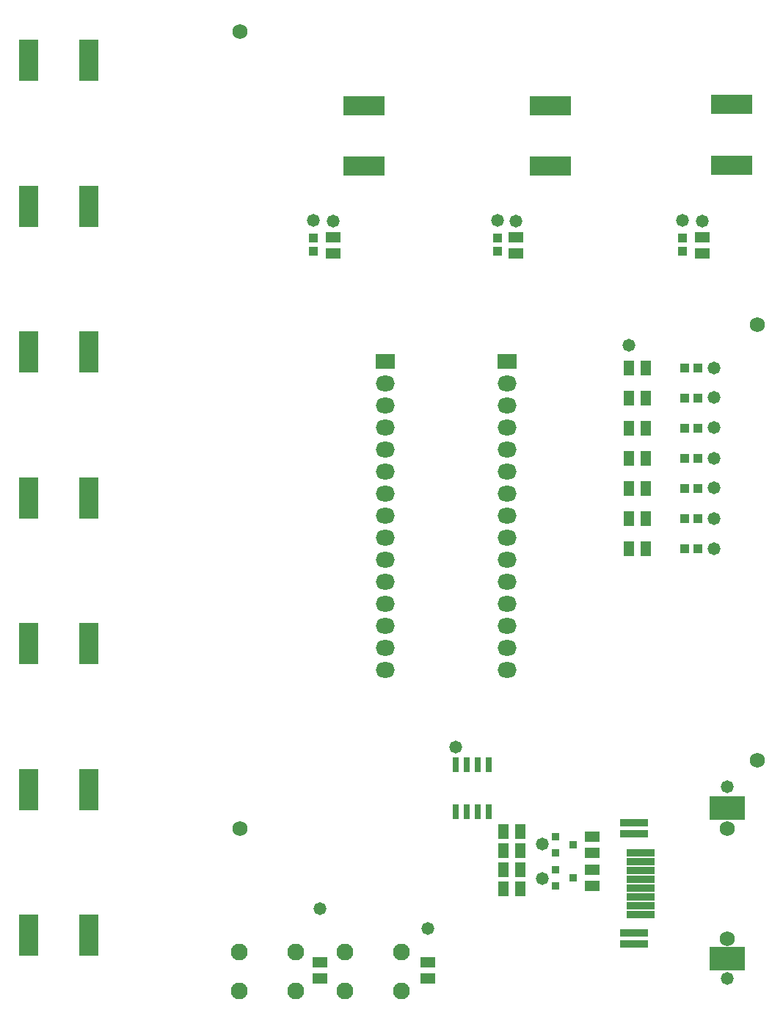
<source format=gts>
G04*
G04 #@! TF.GenerationSoftware,Altium Limited,Altium Designer,21.7.2 (23)*
G04*
G04 Layer_Color=8388736*
%FSLAX25Y25*%
%MOIN*%
G70*
G04*
G04 #@! TF.SameCoordinates,2167A7DA-B4CF-4ED0-A09D-CB439950EC41*
G04*
G04*
G04 #@! TF.FilePolarity,Negative*
G04*
G01*
G75*
%ADD21R,0.03347X0.03347*%
%ADD23R,0.03950X0.03950*%
%ADD24R,0.06509X0.04737*%
%ADD25R,0.03162X0.06902*%
%ADD26R,0.04737X0.06509*%
%ADD27R,0.03950X0.03950*%
%ADD28R,0.16154X0.10642*%
%ADD29R,0.12808X0.03202*%
%ADD30R,0.08800X0.18800*%
%ADD31R,0.18800X0.08800*%
%ADD32C,0.06800*%
%ADD33O,0.08674X0.07099*%
%ADD34R,0.08674X0.07099*%
%ADD35C,0.07690*%
%ADD36C,0.05800*%
D21*
X266437Y62500D02*
D03*
X258563Y58760D02*
D03*
Y66240D02*
D03*
X266437Y77500D02*
D03*
X258563Y73760D02*
D03*
Y81240D02*
D03*
D23*
X148500Y352892D02*
D03*
Y346987D02*
D03*
X232000Y352892D02*
D03*
Y346987D02*
D03*
X316000Y352892D02*
D03*
Y346987D02*
D03*
D24*
X157500Y345760D02*
D03*
Y353240D02*
D03*
X200500Y16760D02*
D03*
Y24240D02*
D03*
X151500Y16760D02*
D03*
Y24240D02*
D03*
X275000Y66240D02*
D03*
Y58760D02*
D03*
X240500Y345760D02*
D03*
Y353240D02*
D03*
X325000Y345760D02*
D03*
Y353240D02*
D03*
X275000Y81240D02*
D03*
Y73760D02*
D03*
D25*
X228000Y113760D02*
D03*
X223000D02*
D03*
X218000D02*
D03*
X213000D02*
D03*
X228000Y92500D02*
D03*
X223000D02*
D03*
X218000D02*
D03*
X213000D02*
D03*
D26*
X299240Y225667D02*
D03*
X291760D02*
D03*
X299240Y239333D02*
D03*
X291760D02*
D03*
X299240Y266667D02*
D03*
X291760D02*
D03*
X299240Y253000D02*
D03*
X291760D02*
D03*
X299240Y212000D02*
D03*
X291760D02*
D03*
X299240Y294000D02*
D03*
X291760D02*
D03*
X299240Y280333D02*
D03*
X291760D02*
D03*
X242240Y57500D02*
D03*
X234760D02*
D03*
X242240Y66167D02*
D03*
X234760D02*
D03*
X242240Y83500D02*
D03*
X234760D02*
D03*
X242240Y74833D02*
D03*
X234760D02*
D03*
D27*
X322953Y280333D02*
D03*
X317047D02*
D03*
X322953Y294000D02*
D03*
X317047D02*
D03*
X322953Y266667D02*
D03*
X317047D02*
D03*
X322953Y239333D02*
D03*
X317047D02*
D03*
X322953Y212000D02*
D03*
X317047D02*
D03*
X322953Y253000D02*
D03*
X317047D02*
D03*
X322953Y225667D02*
D03*
X317047D02*
D03*
D28*
X336500Y25866D02*
D03*
Y94134D02*
D03*
D29*
X293980Y87500D02*
D03*
Y82500D02*
D03*
Y32500D02*
D03*
Y37500D02*
D03*
X297130Y45984D02*
D03*
Y65984D02*
D03*
Y49984D02*
D03*
Y57984D02*
D03*
Y61984D02*
D03*
Y53984D02*
D03*
Y69984D02*
D03*
Y73984D02*
D03*
D30*
X19000Y433500D02*
D03*
X46559D02*
D03*
X19000Y367333D02*
D03*
X46559D02*
D03*
X18941Y301167D02*
D03*
X46500D02*
D03*
X19000Y235000D02*
D03*
X46559D02*
D03*
X19000Y168833D02*
D03*
X46559D02*
D03*
X19000Y102667D02*
D03*
X46559D02*
D03*
X19000Y36500D02*
D03*
X46559D02*
D03*
D31*
X171500Y385441D02*
D03*
Y413000D02*
D03*
X256000Y385441D02*
D03*
Y413000D02*
D03*
X338500Y385941D02*
D03*
Y413500D02*
D03*
D32*
X350000Y116000D02*
D03*
Y313500D02*
D03*
X115000Y85000D02*
D03*
Y446500D02*
D03*
X336500Y85000D02*
D03*
Y35000D02*
D03*
D33*
X236500Y157000D02*
D03*
Y167000D02*
D03*
Y177000D02*
D03*
Y187000D02*
D03*
Y197000D02*
D03*
Y207000D02*
D03*
Y217000D02*
D03*
Y227000D02*
D03*
Y237000D02*
D03*
Y247000D02*
D03*
Y257000D02*
D03*
Y267000D02*
D03*
Y277000D02*
D03*
Y287000D02*
D03*
X181000Y157000D02*
D03*
Y167000D02*
D03*
Y177000D02*
D03*
Y187000D02*
D03*
Y197000D02*
D03*
Y207000D02*
D03*
Y217000D02*
D03*
Y227000D02*
D03*
Y237000D02*
D03*
Y247000D02*
D03*
Y257000D02*
D03*
Y267000D02*
D03*
Y277000D02*
D03*
Y287000D02*
D03*
D34*
X236500Y297000D02*
D03*
X181000D02*
D03*
D35*
X114705Y28858D02*
D03*
X140295D02*
D03*
X114705Y11142D02*
D03*
X140295D02*
D03*
X162705Y28858D02*
D03*
X188295D02*
D03*
X162705Y11142D02*
D03*
X188295D02*
D03*
D36*
X291760Y304260D02*
D03*
X336500Y17000D02*
D03*
Y104000D02*
D03*
X151500Y48500D02*
D03*
X200500Y39500D02*
D03*
X157500Y360500D02*
D03*
X325000D02*
D03*
X240500D02*
D03*
X148500Y361000D02*
D03*
X232000D02*
D03*
X316000D02*
D03*
X213000Y122000D02*
D03*
X330500Y212000D02*
D03*
Y225500D02*
D03*
Y239500D02*
D03*
Y253000D02*
D03*
Y267000D02*
D03*
Y280500D02*
D03*
Y294000D02*
D03*
X252500Y62240D02*
D03*
Y77760D02*
D03*
M02*

</source>
